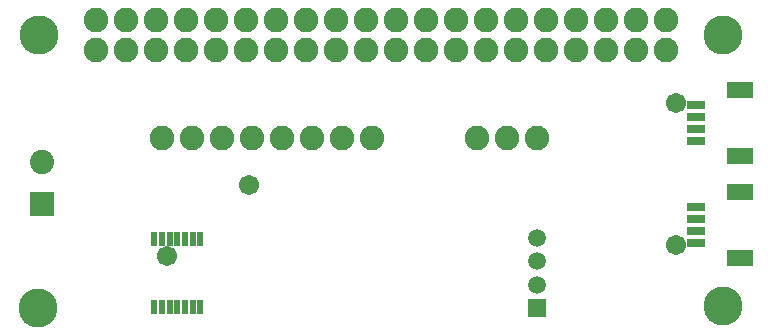
<source format=gbr>
G04 EAGLE Gerber RS-274X export*
G75*
%MOMM*%
%FSLAX34Y34*%
%LPD*%
%INSoldermask Top*%
%IPPOS*%
%AMOC8*
5,1,8,0,0,1.08239X$1,22.5*%
G01*
%ADD10C,3.302000*%
%ADD11C,2.082800*%
%ADD12R,2.203200X1.403200*%
%ADD13R,1.553200X0.803200*%
%ADD14R,1.511200X1.511200*%
%ADD15C,1.511200*%
%ADD16R,2.053200X2.053200*%
%ADD17C,2.053200*%
%ADD18R,0.508000X1.193800*%
%ADD19C,1.703200*%


D10*
X543560Y608330D03*
X542290Y377190D03*
X1122680Y608330D03*
X1122680Y378460D03*
D11*
X591566Y594868D03*
X616966Y594868D03*
X642366Y594868D03*
X667766Y594868D03*
X693166Y594868D03*
X718566Y594868D03*
X743966Y594868D03*
X769366Y594868D03*
X794766Y594868D03*
X820166Y594868D03*
X845566Y594868D03*
X870966Y594868D03*
X896366Y594868D03*
X896366Y620268D03*
X870966Y620268D03*
X845566Y620268D03*
X820166Y620268D03*
X794766Y620268D03*
X769366Y620268D03*
X743966Y620268D03*
X718566Y620268D03*
X693166Y620268D03*
X667766Y620268D03*
X642366Y620268D03*
X616966Y620268D03*
X591566Y620268D03*
X921766Y594868D03*
X921766Y620268D03*
X947166Y594868D03*
X947166Y620268D03*
X972566Y594868D03*
X972566Y620268D03*
X997966Y594868D03*
X997966Y620268D03*
X1023366Y594868D03*
X1023366Y620268D03*
X1048766Y594868D03*
X1048766Y620268D03*
X1074166Y594868D03*
X1074166Y620268D03*
D12*
X1136570Y505400D03*
X1136570Y561400D03*
D13*
X1099820Y518400D03*
X1099820Y528400D03*
X1099820Y538400D03*
X1099820Y548400D03*
D12*
X1136570Y419040D03*
X1136570Y475040D03*
D13*
X1099820Y432040D03*
X1099820Y442040D03*
X1099820Y452040D03*
X1099820Y462040D03*
D14*
X965200Y376400D03*
D15*
X965200Y396400D03*
X965200Y416400D03*
X965200Y436400D03*
D16*
X546100Y465100D03*
D17*
X546100Y500100D03*
D18*
X640900Y377222D03*
X647400Y377222D03*
X653900Y377222D03*
X660400Y377222D03*
X666900Y377222D03*
X673400Y377222D03*
X679900Y377222D03*
X679900Y435578D03*
X673400Y435578D03*
X666900Y435578D03*
X660400Y435578D03*
X653900Y435578D03*
X647400Y435578D03*
X640900Y435578D03*
D11*
X647700Y520700D03*
X673100Y520700D03*
X698500Y520700D03*
X723900Y520700D03*
X749300Y520700D03*
X774700Y520700D03*
X800100Y520700D03*
X825500Y520700D03*
X914400Y520700D03*
X939800Y520700D03*
X965200Y520700D03*
D19*
X1082802Y550291D03*
X1082802Y430276D03*
X651637Y420497D03*
X720979Y480949D03*
M02*

</source>
